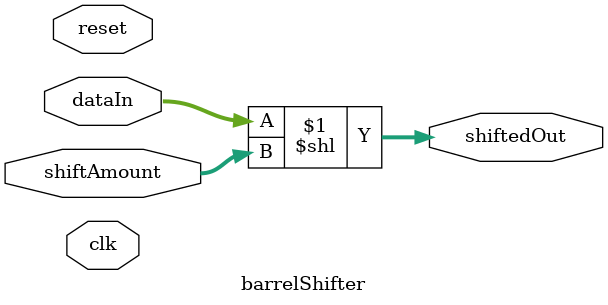
<source format=v>
`timescale 1ns / 1ps


module barrelShifter #(parameter IN_WIDTH = 4, OUT_WIDTH = 8) (
    input [IN_WIDTH-1 : 0] dataIn,
    input [$clog2(OUT_WIDTH):0] shiftAmount,    // shift amount wouldn't cross beyond log(OUT_WIDTH)
    output [OUT_WIDTH-1 : 0] shiftedOut,
    input clk,
    input reset
    );

// barrel shifting -> combinational logic -> no clock dependency   
assign shiftedOut = dataIn << shiftAmount;

endmodule

</source>
